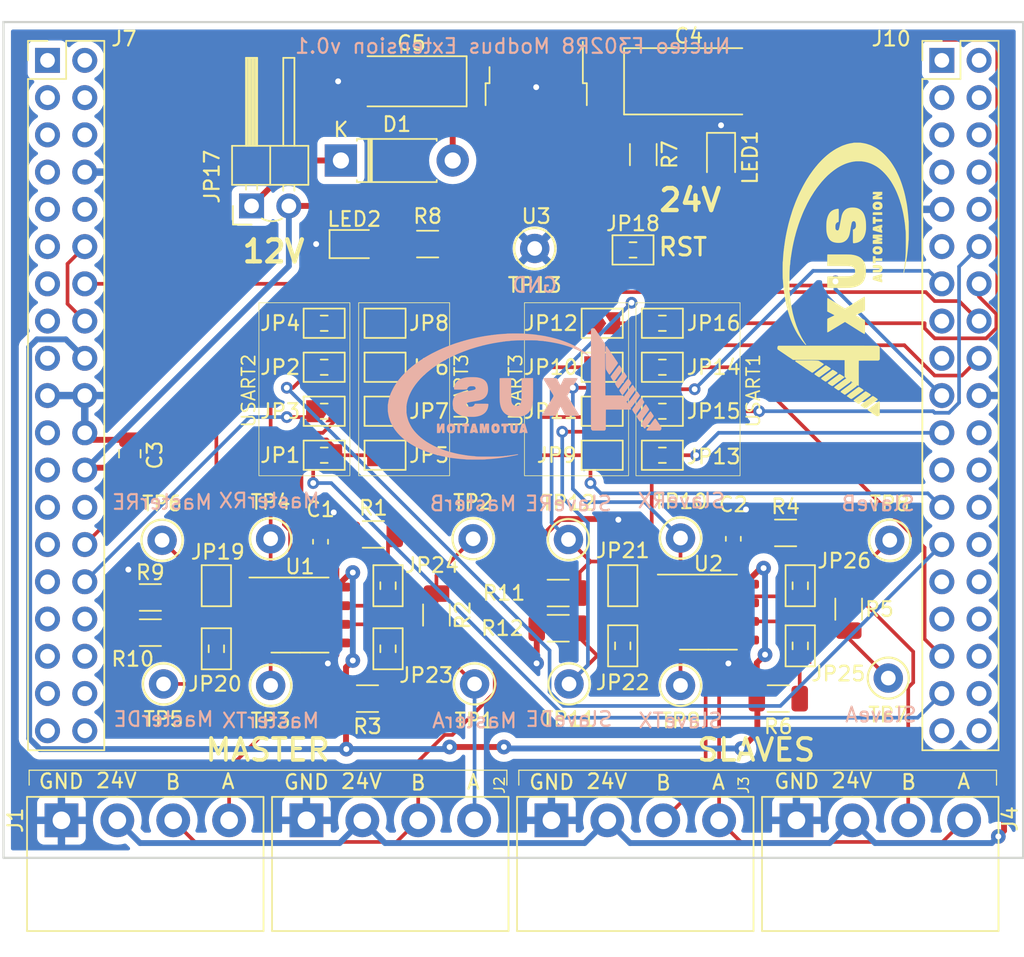
<source format=kicad_pcb>
(kicad_pcb (version 20211014) (generator pcbnew)
  (title_block (title "NUCLEO F302R8 MODBUS EXTENSION BOARD") (date "2023-09-22") (rev "0.1") (company "Axus Automation") (comment 1 "Maxime Couderc"))
  (layers (0 "F.Cu" signal) (31 "B.Cu" signal) (34 "B.Paste" user) (35 "F.Paste" user) (36 "B.SilkS" user "B.Silkscreen") (37 "F.SilkS" user "F.Silkscreen") (38 "B.Mask" user) (39 "F.Mask" user) (44 "Edge.Cuts" user))
  (net 0 "")
  (net 1 "GND")
  (net 2 "+5V")
  (net 3 "+12V")
  (net 4 "VIN")
  (net 5 "Net-(C5-Pad1)")
  (net 6 "Master_B")
  (net 7 "Master_A")
  (net 8 "Slave_B")
  (net 9 "Slave_A")
  (net 10 "Master_DI")
  (net 11 "Slave_RE")
  (net 12 "Slave_DI")
  (net 14 "Slave_DE")
  (net 37 "Master_RE")
  (net 42 "Slave_RO")
  (net 46 "Master_DE")
  (net 48 "+3.3V")
  (net 53 "GPIO_USART2_RE")
  (net 60 "Master_RO")
  (net 63 "Net-(LED1-Pad2)")
  (net 64 "Net-(LED2-Pad2)")
  (net 66 "Net-(J7-Pad14)")
  (net 67 "Net-(J10-Pad19)")
  (net 68 "Net-(D1-Pad1)")
  (net 70 "GPIO_USART1_RE")
  (net 71 "GPIO_USART3_RE")
  (net 74 "USART2_DE")
  (net 76 "USART3_RX")
  (net 77 "USART1_DE")
  (net 80 "USART1_TX")
  (net 82 "USART3_DE")
  (net 84 "USART1_RX")
  (net 85 "USART3_TX")
  (net 86 "USART2_TX")
  (net 87 "USART2_RX")
  (net 88 "Net-(JP20-Pad2)")
  (net 89 "Net-(JP21-Pad2)")
  (net 90 "Net-(JP23-Pad1)")
  (net 91 "Net-(JP24-Pad2)")
  (net 92 "Net-(JP25-Pad1)")
  (net 93 "Net-(JP26-Pad2)")
  (footprint "TestPoint:TestPoint_Keystone_5000-5004_Miniature" (layer "F.Cu") (at 76 104.9)
    (fp_text reference "TP2")
    (fp_text value "MasterB")
  )
  (footprint "Resistor_SMD:R_0603_1608Metric" (layer "F.Cu") (at 88.9 99.2)
    (fp_text reference "R17" hide)
    (fp_text value "0" hide)
  )
  (footprint "axus_footprints:WJ15EDGRC-3.81-4P" (layer "F.Cu") (at 47.9392 124.1)
    (fp_text reference "J1")
    (fp_text value "WJ15EDGRC-3.81-4P")
  )
  (footprint "Resistor_SMD:R_1206_3216Metric" (layer "F.Cu") (at 73.5 110.1 -90)
    (fp_text reference "R2")
    (fp_text value "120")
  )
  (footprint "Capacitor_SMD:C_0603_1608Metric" (layer "F.Cu") (at 93.7375 104.9 -90)
    (fp_text reference "C2")
    (fp_text value "100n")
  )
  (footprint "Resistor_SMD:R_0603_1608Metric" (layer "F.Cu") (at 58.5 112.4 90)
    (fp_text reference "R22" hide)
    (fp_text value "0" hide)
  )
  (footprint "Jumper:SolderJumper-2_P1.3mm_Open_TrianglePad1.0x1.5mm" (layer "F.Cu") (at 84.8 99.2)
    (fp_text reference "JP9")
    (fp_text value "Jumper_2_Open" hide)
  )
  (footprint "TestPoint:TestPoint_Keystone_5000-5004_Miniature" (layer "F.Cu") (at 90.1375 114.9)
    (fp_text reference "TP9")
    (fp_text value "SlaveTX")
  )
  (footprint "axus_footprints:PinSocket_2x19_P2.54mm_Vertical_inverted" (layer "F.Cu") (at 107.95 72.263)
    (fp_text reference "J10")
    (fp_text value "Female Header 2x19P")
  )
  (footprint "axus_footprints:WJ15EDGRC-3.81-4P" (layer "F.Cu") (at 64.6392 124.1)
    (fp_text reference "J2")
    (fp_text value "WJ15EDGRC-3.81-4P")
  )
  (footprint "Resistor_SMD:R_1206_3216Metric" (layer "F.Cu") (at 87.6 78.7 90)
    (fp_text reference "R7")
    (fp_text value "2.4k")
  )
  (footprint "Resistor_SMD:R_0603_1608Metric" (layer "F.Cu") (at 65.85 96.2 180)
    (fp_text reference "R15" hide)
    (fp_text value "0" hide)
  )
  (footprint "Jumper:SolderJumper-2_P1.3mm_Open_TrianglePad1.0x1.5mm" (layer "F.Cu") (at 58.5 112.4 90)
    (fp_text reference "JP20")
    (fp_text value "Jumper_2_Bridged" hide)
  )
  (footprint "TestPoint:TestPoint_Keystone_5000-5004_Miniature" (layer "F.Cu") (at 80.2 85.1)
    (fp_text reference "TP13")
    (fp_text value "GND")
  )
  (footprint "LED_SMD:LED_0805_2012Metric" (layer "F.Cu") (at 67.9 84.8)
    (fp_text reference "LED2")
    (fp_text value "17-21SYGC/S530-E3/TR8")
  )
  (footprint "Jumper:SolderJumper-2_P1.3mm_Open_TrianglePad1.0x1.5mm" (layer "F.Cu") (at 65.85 90.2)
    (fp_text reference "JP4")
    (fp_text value "Jumper_2_Bridged" hide)
  )
  (footprint "Resistor_SMD:R_1206_3216Metric" (layer "F.Cu") (at 54 108.9 180)
    (fp_text reference "R9")
    (fp_text value "10k")
  )
  (footprint "Package_TO_SOT_SMD:TO-252-2" (layer "F.Cu") (at 80.3 76.3 -90)
    (fp_text reference "U3")
    (fp_text value "KIA7812AF-RTF/P")
  )
  (footprint "Resistor_SMD:R_1206_3216Metric" (layer "F.Cu") (at 68.8 115.8 180)
    (fp_text reference "R3")
    (fp_text value "649")
  )
  (footprint "axus_footprints:WJ15EDGRC-3.81-4P" (layer "F.Cu") (at 81.3392 124.1)
    (fp_text reference "J3")
    (fp_text value "WJ15EDGRC-3.81-4P")
  )
  (footprint "Resistor_SMD:R_0603_1608Metric" (layer "F.Cu") (at 88.9 90.2)
    (fp_text reference "R20" hide)
    (fp_text value "0" hide)
  )
  (footprint "Resistor_SMD:R_0603_1608Metric" (layer "F.Cu") (at 65.85 99.2 180)
    (fp_text reference "R13" hide)
    (fp_text value "0" hide)
  )
  (footprint "Jumper:SolderJumper-2_P1.3mm_Open_TrianglePad1.0x1.5mm" (layer "F.Cu") (at 65.85 96.2)
    (fp_text reference "JP3")
    (fp_text value "Jumper_2_Bridged" hide)
  )
  (footprint "Package_SO:SOIC-8_3.9x4.9mm_P1.27mm" (layer "F.Cu") (at 92.0375 109.9)
    (fp_text reference "U2")
    (fp_text value "MAX1487CSA+T")
  )
  (footprint "Jumper:SolderJumper-2_P1.3mm_Open_TrianglePad1.0x1.5mm" (layer "F.Cu") (at 70 93.2 180)
    (fp_text reference "JP6")
    (fp_text value "Jumper_2_Open" hide)
  )
  (footprint "Resistor_SMD:R_0603_1608Metric" (layer "F.Cu") (at 86.2 112.2 90)
    (fp_text reference "R23" hide)
    (fp_text value "0" hide)
  )
  (footprint "Jumper:SolderJumper-2_P1.3mm_Open_TrianglePad1.0x1.5mm" (layer "F.Cu") (at 84.8 96.2)
    (fp_text reference "JP11")
    (fp_text value "Jumper_2_Open" hide)
  )
  (footprint "Jumper:SolderJumper-2_P1.3mm_Open_TrianglePad1.0x1.5mm" (layer "F.Cu") (at 98.3 112.2 90)
    (fp_text reference "JP25")
    (fp_text value "Jumper_2_Bridged" hide)
  )
  (footprint "Resistor_SMD:R_1206_3216Metric" (layer "F.Cu") (at 69.2 104.6)
    (fp_text reference "R1")
    (fp_text value "649")
  )
  (footprint "Jumper:SolderJumper-2_P1.3mm_Open_TrianglePad1.0x1.5mm" (layer "F.Cu") (at 70.2 112.4 90)
    (fp_text reference "JP23")
    (fp_text value "Jumper_2_Bridged" hide)
  )
  (footprint "Jumper:SolderJumper-2_P1.3mm_Open_TrianglePad1.0x1.5mm" (layer "F.Cu") (at 70.2 108.1 90)
    (fp_text reference "JP24")
    (fp_text value "Jumper_2_Bridged" hide)
  )
  (footprint "Jumper:SolderJumper-2_P1.3mm_Open_TrianglePad1.0x1.5mm" (layer "F.Cu") (at 88.9 90.2 180)
    (fp_text reference "JP16")
    (fp_text value "Jumper_2_Bridged" hide)
  )
  (footprint "Resistor_SMD:R_0603_1608Metric" (layer "F.Cu") (at 98.3 112.2 90)
    (fp_text reference "R26" hide)
    (fp_text value "0" hide)
  )
  (footprint "LED_SMD:LED_0805_2012Metric" (layer "F.Cu") (at 92.9 78.9 -90)
    (fp_text reference "LED1")
    (fp_text value "FC-2012HRK-620D")
  )
  (footprint "Jumper:SolderJumper-2_P1.3mm_Open_TrianglePad1.0x1.5mm" (layer "F.Cu") (at 86.2 112.2 90)
    (fp_text reference "JP22")
    (fp_text value "Jumper_2_Bridged" hide)
  )
  (footprint "Jumper:SolderJumper-2_P1.3mm_Open_TrianglePad1.0x1.5mm" (layer "F.Cu") (at 70 90.2 180)
    (fp_text reference "JP8")
    (fp_text value "Jumper_2_Open" hide)
  )
  (footprint "Resistor_SMD:R_1206_3216Metric" (layer "F.Cu") (at 101.6 109.7 -90)
    (fp_text reference "R5")
    (fp_text value "120")
  )
  (footprint "Resistor_SMD:R_1206_3216Metric" (layer "F.Cu") (at 54 111.3 180)
    (fp_text reference "R10")
    (fp_text value "10k")
  )
  (footprint "TestPoint:TestPoint_Keystone_5000-5004_Miniature" (layer "F.Cu") (at 104.3 114.4)
    (fp_text reference "TP7")
    (fp_text value "SlaveA")
  )
  (footprint "Jumper:SolderJumper-2_P1.3mm_Open_TrianglePad1.0x1.5mm" (layer "F.Cu") (at 88.9 96.2 180)
    (fp_text reference "JP15")
    (fp_text value "Jumper_2_Bridged" hide)
  )
  (footprint "Jumper:SolderJumper-2_P1.3mm_Open_TrianglePad1.0x1.5mm" (layer "F.Cu") (at 70 96.2 180)
    (fp_text reference "JP7")
    (fp_text value "Jumper_2_Open" hide)
  )
  (footprint "Jumper:SolderJumper-2_P1.3mm_Open_TrianglePad1.0x1.5mm" (layer "F.Cu") (at 86.2 108.1 -90)
    (fp_text reference "JP21")
    (fp_text value "Jumper_2_Open" hide)
  )
  (footprint "axus_footprints:PinSocket_2x19_P2.54mm_Vertical_inverted" (layer "F.Cu") (at 46.99 72.263)
    (fp_text reference "J7")
    (fp_text value "Female Header 2x19P")
  )
  (footprint "TestPoint:TestPoint_Keystone_5000-5004_Miniature" (layer "F.Cu") (at 62.2 104.9)
    (fp_text reference "TP4")
    (fp_text value "MasterRX")
  )
  (footprint "Jumper:SolderJumper-2_P1.3mm_Open_TrianglePad1.0x1.5mm" (layer "F.Cu") (at 84.8 90.2)
    (fp_text reference "JP12")
    (fp_text value "Jumper_2_Open" hide)
  )
  (footprint "Capacitor_Tantalum_SMD:CP_EIA-6032-28_Kemet-C" (layer "F.Cu") (at 71.8 73.7 180)
    (fp_text reference "C5")
    (fp_text value "10u")
  )
  (footprint "TestPoint:TestPoint_Keystone_5000-5004_Miniature" (layer "F.Cu") (at 54.9 114.8)
    (fp_text reference "TP5")
    (fp_text value "MasterDE")
  )
  (footprint "Resistor_SMD:R_1206_3216Metric" (layer "F.Cu") (at 97.3 104.5)
    (fp_text reference "R4")
    (fp_text value "649")
  )
  (footprint "Jumper:SolderJumper-2_P1.3mm_Open_TrianglePad1.0x1.5mm" (layer "F.Cu") (at 88.9 99.2 180)
    (fp_text reference "JP13")
    (fp_text value "Jumper_2_Bridged" hide)
  )
  (footprint "Capacitor_SMD:C_0805_2012Metric" (layer "F.Cu") (at 52.6 99.1 -90)
    (fp_text reference "C3")
    (fp_text value "220n")
  )
  (footprint "Connector_PinHeader_2.54mm:PinHeader_1x02_P2.54mm_Horizontal" (layer "F.Cu") (at 60.9 82.2 90)
    (fp_text reference "J5" hide)
    (fp_text value "Pin_Header_1x2P")
  )
  (footprint "Jumper:SolderJumper-2_P1.3mm_Open_TrianglePad1.0x1.5mm" (layer "F.Cu") (at 65.85 93.2)
    (fp_text reference "JP2")
    (fp_text value "Jumper_2_Bridged" hide)
  )
  (footprint "TestPoint:TestPoint_Keystone_5000-5004_Miniature" (layer "F.Cu") (at 76.1 114.8)
    (fp_text reference "TP1")
    (fp_text value "MasterA")
  )
  (footprint "Resistor_SMD:R_0603_1608Metric" (layer "F.Cu") (at 70.2 112.4 90)
    (fp_text reference "R24" hide)
    (fp_text value "0" hide)
  )
  (footprint "Resistor_SMD:R_1206_3216Metric" (layer "F.Cu") (at 72.9 84.8 180)
    (fp_text reference "R8")
    (fp_text value "1.2k")
  )
  (footprint "Resistor_SMD:R_0603_1608Metric" (layer "F.Cu") (at 98.3 108.1 90)
    (fp_text reference "R27" hide)
    (fp_text value "0" hide)
  )
  (footprint "Jumper:SolderJumper-2_P1.3mm_Open_TrianglePad1.0x1.5mm" (layer "F.Cu") (at 58.5 108.1 -90)
    (fp_text reference "JP19")
    (fp_text value "Jumper_2_Open" hide)
  )
  (footprint "Jumper:SolderJumper-2_P1.3mm_Open_TrianglePad1.0x1.5mm" (layer "F.Cu") (at 70 99.2 180)
    (fp_text reference "JP5")
    (fp_text value "Jumper_2_Open" hide)
  )
  (footprint "Resistor_SMD:R_0603_1608Metric" (layer "F.Cu") (at 65.85 90.2 180)
    (fp_text reference "R16" hide)
    (fp_text value "0" hide)
  )
  (footprint "Jumper:SolderJumper-2_P1.3mm_Open_TrianglePad1.0x1.5mm" (layer "F.Cu") (at 65.85 99.2)
    (fp_text reference "JP1")
    (fp_text value "Jumper_2_Bridged" hide)
  )
  (footprint "TestPoint:TestPoint_Keystone_5000-5004_Miniature" (layer "F.Cu") (at 90.1375 104.85)
    (fp_text reference "TP10")
    (fp_text value "SlaveRX")
  )
  (footprint "Resistor_SMD:R_1206_3216Metric" (layer "F.Cu") (at 81.8 108.6 180)
    (fp_text reference "R11")
    (fp_text value "10k")
  )
  (footprint "TestPoint:TestPoint_Keystone_5000-5004_Miniature" (layer "F.Cu") (at 62.2 114.9)
    (fp_text reference "TP3")
    (fp_text value "MasterTX")
  )
  (footprint "Resistor_SMD:R_0603_1608Metric" (layer "F.Cu") (at 88.9 96.2)
    (fp_text reference "R19" hide)
    (fp_text value "0" hide)
  )
  (footprint "Capacitor_Tantalum_SMD:CP_EIA-7343-31_Kemet-D" (layer "F.Cu") (at 90.7 73.7)
    (fp_text reference "C4")
    (fp_text value "10u")
  )
  (footprint "Resistor_SMD:R_0603_1608Metric" (layer "F.Cu") (at 65.85 93.2 180)
    (fp_text reference "R14" hide)
    (fp_text value "0" hide)
  )
  (footprint "Resistor_SMD:R_1206_3216Metric" (layer "F.Cu") (at 96.8 115.8 180)
    (fp_text reference "R6")
    (fp_text value "649")
  )
  (footprint "Jumper:SolderJumper-2_P1.3mm_Open_TrianglePad1.0x1.5mm" (layer "F.Cu") (at 84.8 93.2)
    (fp_text reference "JP10")
    (fp_text value "Jumper_2_Open" hide)
  )
  (footprint "Package_SO:SOIC-8_3.9x4.9mm_P1.27mm" (layer "F.Cu") (at 64.2 110.1)
    (fp_text reference "U1")
    (fp_text value "MAX1487CSA+T")
  )
  (footprint "Resistor_SMD:R_0603_1608Metric" (layer "F.Cu") (at 70.2 108.1 90)
    (fp_text reference "R25" hide)
    (fp_text value "0" hide)
  )
  (footprint "TestPoint:TestPoint_Keystone_5000-5004_Miniature" (layer "F.Cu") (at 82.5375 114.8)
    (fp_text reference "TP11")
    (fp_text value "SlaveDE")
  )
  (footprint "Resistor_SMD:R_0603_1608Metric" (layer "F.Cu") (at 86.9 85.2)
    (fp_text reference "R21" hide)
    (fp_text value "0" hide)
  )
  (footprint "Jumper:SolderJumper-2_P1.3mm_Open_TrianglePad1.0x1.5mm" (layer "F.Cu") (at 98.3 108.1 90)
    (fp_text reference "JP26")
    (fp_text value "Jumper_2_Bridged" hide)
  )
  (footprint "axus_footprints:logo1" (layer "F.Cu") (at 101.2 87.2 90)
    (fp_text reference "G***")
    (fp_text value "LOGO" hide)
  )
  (footprint "TestPoint:TestPoint_Keystone_5000-5004_Miniature" (layer "F.Cu") (at 104.4 105)
    (fp_text reference "TP8")
    (fp_text value "SlaveB")
  )
  (footprint "axus_footprints:WJ15EDGRC-3.81-4P" (layer "F.Cu") (at 98.0392 124.1)
    (fp_text reference "J4")
    (fp_text value "WJ15EDGRC-3.81-4P")
  )
  (footprint "Resistor_SMD:R_1206_3216Metric" (layer "F.Cu") (at 81.8 111 180)
    (fp_text reference "R12")
    (fp_text value "10k")
  )
  (footprint "axus_footprints:Jumper_2" (layer "F.Cu") (at 60.9 82.2 180)
    (fp_text reference "JP17")
    (fp_text value "Jumper")
  )
  (footprint "TestPoint:TestPoint_Keystone_5000-5004_Miniature" (layer "F.Cu") (at 82.5 104.95)
    (fp_text reference "TP12")
    (fp_text value "SlaveRE")
  )
  (footprint "Jumper:SolderJumper-2_P1.3mm_Open_TrianglePad1.0x1.5mm" (layer "F.Cu") (at 86.9 85.2)
    (fp_text reference "JP18")
    (fp_text value "Jumper_2_Bridged")
  )
  (footprint "Resistor_SMD:R_0603_1608Metric" (layer "F.Cu") (at 88.9 93.2)
    (fp_text reference "R18" hide)
    (fp_text value "0" hide)
  )
  (footprint "TestPoint:TestPoint_Keystone_5000-5004_Miniature" (layer "F.Cu") (at 54.8 105)
    (fp_text reference "TP6")
    (fp_text value "MasterRE")
  )
  (footprint "Capacitor_SMD:C_0603_1608Metric" (layer "F.Cu") (at 65.6 105.1 -90)
    (fp_text reference "C1")
    (fp_text value "100n")
  )
  (footprint "Jumper:SolderJumper-2_P1.3mm_Open_TrianglePad1.0x1.5mm" (layer "F.Cu") (at 88.9 93.2 180)
    (fp_text reference "JP14")
    (fp_text value "Jumper_2_Bridged" hide)
  )
  (footprint "Diode_THT:D_DO-41_SOD81_P7.62mm_Horizontal" (layer "F.Cu") (at 66.99 79.1)
    (fp_text reference "D1")
    (fp_text value "1N4007")
  )
  (footprint "axus_footprints:logo1" (layer "B.Cu") (at 79.5 95 180)
    (fp_text reference "G***")
    (fp_text value "LOGO" hide)
  )
  (gr_line (start 111.6784 121.6988) (end 111.6784 120.6828) (layer "F.SilkS") (width 0.08))
  (gr_line (start 78.3028 120.6828) (end 45.74 120.6828) (layer "F.SilkS") (width 0.08))
  (gr_line (start 78.3028 121.6988) (end 78.3028 120.6828) (layer "F.SilkS") (width 0.08))
  (gr_line (start 79.1156 120.6828) (end 79.1156 121.6988) (layer "F.SilkS") (width 0.08))
  (gr_line (start 111.6784 120.6828) (end 79.1156 120.6828) (layer "F.SilkS") (width 0.08))
  (gr_rect (start 86.6 100.6) (end 79.5 88.8) (layer "F.SilkS") (width 0.05) (fill none))
  (gr_rect (start 94.2 100.6) (end 87.1 88.8) (layer "F.SilkS") (width 0.05) (fill none))
  (gr_rect (start 67.6 100.6) (end 61.4 88.8) (layer "F.SilkS") (width 0.05) (fill none))
  (gr_line (start 45.74 120.6828) (end 45.74 121.6988) (layer "F.SilkS") (width 0.08))
  (gr_rect (start 74.4 100.6) (end 68.2 88.8) (layer "F.SilkS") (width 0.05) (fill none))
  (gr_rect (start 43.99 126.66) (end 113.49 69.66) (layer "Edge.Cuts") (width 0.15) (fill none))
  (gr_text "Nucleo F302R8 Modbus Extension v0.1" (at 78.7 71.3) (layer "B.SilkS") (effects (font (size 1 1)) (justify mirror)))
  (gr_text "GND" (at 64.6376 121.4956) (layer "F.SilkS") (effects (font (size 1 1))))
  (gr_text "A" (at 76.0168 121.4956) (layer "F.SilkS") (effects (font (size 1 1))))
  (gr_text "GND" (at 47.9244 121.4448) (layer "F.SilkS") (effects (font (size 1 1))))
  (gr_text "A" (at 109.4432 121.4448) (layer "F.SilkS") (effects (font (size 1 1))))
  (gr_text "USART3" (at 78.9 94.8 90) (layer "F.SilkS") (effects (font (size 0.9 0.9) (thickness 0.12))))
  (gr_text "B" (at 55.5444 121.4956) (layer "F.SilkS") (effects (font (size 1 1))))
  (gr_text "24V" (at 68.3968 121.4448) (layer "F.SilkS") (effects (font (size 1 1))))
  (gr_text "12V" (at 62.4 85.3) (layer "F.SilkS") (effects (font (size 1.5 1.5) (thickness 0.3))))
  (gr_text "A" (at 59.3036 121.4448) (layer "F.SilkS") (effects (font (size 1 1))))
  (gr_text "B" (at 72.2576 121.5464) (layer "F.SilkS") (effects (font (size 1 1))))
  (gr_text "24V" (at 51.6836 121.394) (layer "F.SilkS") (effects (font (size 1 1))))
  (gr_text "24V" (at 90.8 81.8) (layer "F.SilkS") (effects (font (size 1.5 1.5) (thickness 0.3))))
  (gr_text "RST" (at 90.3 85) (layer "F.SilkS") (effects (font (size 1.2 1.2) (thickness 0.2))))
  (gr_text "USART1" (at 95.1 94.8 90) (layer "F.SilkS") (effects (font (size 0.9 0.9) (thickness 0.12))))
  (gr_text "B" (at 88.9708 121.5464) (layer "F.SilkS") (effects (font (size 1 1))))
  (gr_text "24V" (at 85.11 121.4448) (layer "F.SilkS") (effects (font (size 1 1))))
  (gr_text "SLAVES" (at 95.3 119.3) (layer "F.SilkS") (effects (font (size 1.5 1.5) (thickness 0.25))))
  (gr_text "USART3" (at 75.2 94.8 90) (layer "F.SilkS") (effects (font (size 0.9 0.9) (thickness 0.12))))
  (gr_text "A" (at 92.73 121.4956) (layer "F.SilkS") (effects (font (size 1 1))))
  (gr_text "GND" (at 98.064 121.4448) (layer "F.SilkS") (effects (font (size 1 1))))
  (gr_text "B" (at 105.684 121.4956) (layer "F.SilkS") (effects (font (size 1 1))))
  (gr_text "MASTER" (at 62 119.3) (layer "F.SilkS") (effects (font (size 1.5 1.5) (thickness 0.25))))
  (gr_text "USART2" (at 60.7 94.8 90) (layer "F.SilkS") (effects (font (size 0.9 0.9) (thickness 0.12))))
  (gr_text "24V" (at 101.8232 121.394) (layer "F.SilkS") (effects (font (size 1 1))))
  (gr_text "GND" (at 81.3508 121.4956) (layer "F.SilkS") (effects (font (size 1 1))))
  (segment (start 85.85 103.55) (end 85.9 103.6) (width 0.4) (layer "F.Cu") (net 1))
  (segment (start 94.5125 112.2875) (end 93.4 113.4) (width 0.4) (layer "F.Cu") (net 1))
  (segment (start 65.6 104) (end 66.5 103.1) (width 0.4) (layer "F.Cu") (net 1))
  (segment (start 66.675 112.005) (end 66.675 112.825) (width 0.4) (layer "F.Cu") (net 1))
  (segment (start 80.3375 113.38351) (end 80.327495 113.393515) (width 0.4) (layer "F.Cu") (net 1))
  (segment (start 52.5375 108.9) (end 52.5375 107.0375) (width 0.4) (layer "F.Cu") (net 1))
  (segment (start 67.7375 104.3375) (end 66.5 103.1) (width 0.4) (layer "F.Cu") (net 1))
  (segment (start 94.5125 111.805) (end 94.5125 112.2875) (width 0.4) (layer "F.Cu") (net 1))
  (segment (start 66.9625 84.8) (end 65.3 84.8) (width 0.4) (layer "F.Cu") (net 1))
  (segment (start 92.9 76.7) (end 92.9 77.9625) (width 0.4) (layer "F.Cu") (net 1))
  (segment (start 80.3375 111) (end 80.3375 108.6) (width 0.4) (layer "F.Cu") (net 1))
  (segment (start 81.920101 103.55) (end 85.85 103.55) (width 0.4) (layer "F.Cu") (net 1))
  (segment (start 52.5375 111.3) (end 52.5375 108.9) (width 0.4) (layer "F.Cu") (net 1))
  (segment (start 80.3375 108.6) (end 80.3375 105.132601) (width 0.4) (layer "F.Cu") (net 1))
  (segment (start 93.7375 103.7625) (end 94.6 102.9) (width 0.4) (layer "F.Cu") (net 1))
  (segment (start 69.3375 73.7) (end 66.8 73.7) (width 0.4) (layer "F.Cu") (net 1))
  (segment (start 80.3375 105.132601) (end 81.920101 103.55) (width 0.4) (layer "F.Cu") (net 1))
  (segment (start 66.675 112.825) (end 66.1 113.4) (width 0.4) (layer "F.Cu") (net 1))
  (segment (start 95.8375 104.5) (end 95.8375 104.1375) (width 0.4) (layer "F.Cu") (net 1))
  (segment (start 93.8125 73.7) (end 93.8125 75.7875) (width 0.4) (layer "F.Cu") (net 1))
  (segment (start 65.6 104.325) (end 65.6 104) (width 0.4) (layer "F.Cu") (net 1))
  (segment (start 80.3375 111) (end 80.3375 113.38351) (width 0.4) (layer "F.Cu") (net 1))
  (segment (start 93.8125 75.7875) (end 92.9 76.7) (width 0.4) (layer "F.Cu") (net 1))
  (segment (start 50.0078 98.15) (end 49.53 97.6722) (width 0.4) (layer "F.Cu") (net 1))
  (segment (start 52.5375 107.0375) (end 52.5 107) (width 0.4) (layer "F.Cu") (net 1))
  (segment (start 67.7375 104.6) (end 67.7375 104.3375) (width 0.4) (layer "F.Cu") (net 1))
  (segment (start 52.6 98.15) (end 50.0078 98.15) (width 0.4) (layer "F.Cu") (net 1))
  (segment (start 95.8375 104.1375) (end 94.6 102.9) (width 0.4) (layer "F.Cu") (net 1))
  (segment (start 93.7375 104.125) (end 93.7375 103.7625) (width 0.4) (layer "F.Cu") (net 1))
  (segment (start 80.3 78.4) (end 80.3 74.1) (width 0.4) (layer "F.Cu") (net 1))
  (via (at 66.8 73.7) (size 1) (drill 0.4) (layers "F.Cu" "B.Cu") (net 1))
  (via (at 94.6 102.9) (size 1) (drill 0.4) (layers "F.Cu" "B.Cu") (net 1))
  (via (at 52.5 107) (size 1) (drill 0.4) (layers "F.Cu" "B.Cu") (net 1))
  (via (at 85.9 103.6) (size 1) (drill 0.4) (layers "F.Cu" "B.Cu") (net 1))
  (via (at 65.3 84.8) (size 1) (drill 0.4) (layers "F.Cu" "B.Cu") (net 1))
  (via (at 66.5 103.1) (size 1) (drill 0.4) (layers "F.Cu" "B.Cu") (net 1))
  (via (at 92.9 76.7) (size 1) (drill 0.4) (layers "F.Cu" "B.Cu") (net 1))
  (via (at 93.4 113.4) (size 1) (drill 0.4) (layers "F.Cu" "B.Cu") (net 1))
  (via (at 80.3 74.1) (size 1) (drill 0.4) (layers "F.Cu" "B.Cu") (net 1))
  (via (at 66.1 113.4) (size 1) (drill 0.4) (layers "F.Cu" "B.Cu") (net 1))
  (via (at 80.327495 113.393515) (size 1) (drill 0.4) (layers "F.Cu" "B.Cu") (net 1))
  (segment (start 95.3375 115.8) (end 95.3375 113.3625) (width 0.4) (layer "F.Cu") (net 2))
  (segment (start 95.3375 113.3625) (end 95.9 112.8) (width 0.4) (layer "F.Cu") (net 2))
  (segment (start 95.375 118.125) (end 94.3 119.2) (width 0.4) (layer "F.Cu") (net 2))
  (segment (start 67.67 107.2) (end 66.675 108.195) (width 0.4) (layer "F.Cu") (net 2))
  (segment (start 95.3375 115.8) (end 95.375 115.8375) (width 0.4) (layer "F.Cu") (net 2))
  (segment (start 67.3375 119.2219) (end 67.3578 119.2422) (width 0.4) (layer "F.Cu") (net 2))
  (segment (start 94.5125 106.45) (end 93.7375 105.675) (width 0.4) (layer "F.Cu") (net 2))
  (segment (start 67.3375 113.6625) (end 67.8 113.2) (width 0.4) (layer "F.Cu") (net 2))
  (segment (start 66.675 108.195) (end 66.675 106.95) (width 0.4) (layer "F.Cu") (net 2))
  (segment (start 95.6075 106.9) (end 94.5125 107.995) (width 0.4) (layer "F.Cu") (net 2))
  (segment (start 67.8 107.2) (end 67.67 107.2) (width 0.4) (layer "F.Cu") (net 2))
  (segment (start 78.1 119.1) (end 74.4 119.1) (width 0.4) (layer "F.Cu") (net 2))
  (segment (start 66.675 106.95) (end 65.6 105.875) (width 0.4) (layer "F.Cu") (net 2))
  (segment (start 67.3375 115.8) (end 67.3375 119.2219) (width 0.4) (layer "F.Cu") (net 2))
  (segment (start 94.5125 107.995) (end 94.5125 106.45) (width 0.4) (layer "F.Cu") (net 2))
  (segment (start 95.375 115.8375) (end 95.375 118.125) (width 0.4) (layer "F.Cu") (net 2))
  (segment (start 67.3375 115.8) (end 67.3375 113.6625) (width 0.4) (layer "F.Cu") (net 2))
  (segment (start 95.8 106.9) (end 95.6075 106.9) (width 0.4) (layer "F.Cu") (net 2))
  (via (at 67.3578 119.2422) (size 1) (drill 0.4) (layers "F.Cu" "B.Cu") (net 2))
  (via (at 67.8 107.2) (size 1) (drill 0.4) (layers "F.Cu" "B.Cu") (net 2))
  (via (at 95.8 106.9) (size 1) (drill 0.4) (layers "F.Cu" "B.Cu") (net 2))
  (via (at 74.4 119.1) (size 1) (drill 0.4) (layers "F.Cu" "B.Cu") (net 2))
  (via (at 78.1 119.1) (size 1) (drill 0.4) (layers "F.Cu" "B.Cu") (net 2))
  (via (at 94.3 119.2) (size 1) (drill 0.4) (layers "F.Cu" "B.Cu") (net 2))
  (via (at 95.9 112.8) (size 1) (drill 0.4) (layers "F.Cu" "B.Cu") (net 2))
  (via (at 67.8 113.2) (size 1) (drill 0.4) (layers "F.Cu" "B.Cu") (net 2))
  (segment (start 46.26904 91.3017) (end 48.2395 91.3017) (width 0.4) (layer "B.Cu") (net 2))
  (segment (start 95.9 112.8) (end 95.9 107) (width 0.4) (layer "B.Cu") (net 2))
  (segment (start 45.74 118.509967) (end 45.74 91.83074) (width 0.4) (layer "B.Cu") (net 2))
  (segment (start 94.3 119.2) (end 78.2 119.2) (width 0.4) (layer "B.Cu") (net 2))
  (segment (start 74.2578 119.2422) (end 67.3578 119.2422) (width 0.4) (layer "B.Cu") (net 2))
  (segment (start 78.2 119.2) (end 78.1 119.1) (width 0.4) (layer "B.Cu") (net 2))
  (segment (start 45.74 91.83074) (end 46.26904 91.3017) (width 0.4) (layer "B.Cu") (net 2))
  (segment (start 67.8 113.2) (end 67.8 107.2) (width 0.4) (layer "B.Cu") (net 2))
  (segment (start 48.2395 91.3017) (end 49.53 92.5922) (width 0.4) (layer "B.Cu") (net 2))
  (segment (start 95.9 107) (end 95.8 106.9) (width 0.4) (layer "B.Cu") (net 2))
  (segment (start 67.3578 119.2422) (end 46.472233 119.2422) (width 0.4) (layer "B.Cu") (net 2))
  (segment (start 74.4 119.1) (end 74.2578 119.2422) (width 0.4) (layer "B.Cu") (net 2))
  (segment (start 46.472233 119.2422) (end 45.74 118.509967) (width 0.4) (layer "B.Cu") (net 2))
  (segment (start 68.8375 82.2) (end 63.44 82.2) (width 0.4) (layer "F.Cu") (net 3))
  (segment (start 71.4375 84.8) (end 68.8375 82.2) (width 0.4) (layer "F.Cu") (net 3))
  (segment (start 52.6 100.05) (end 49.6922 100.05) (width 0.4) (layer "F.Cu") (net 3))
  (segment (start 49.6922 100.05) (end 49.53 100.2122) (width 0.4) (layer "F.Cu") (net 3))
  (segment (start 63.44 82.2) (end 63.44 86.3022) (width 0.4) (layer "B.Cu") (net 3))
  (segment (start 63.44 86.3022) (end 49.53 100.2122) (width 0.4) (layer "B.Cu") (net 3))
  (segment (start 111.8 70.9) (end 111.8 88.958743) (width 0.4) (layer "F.Cu") (net 4))
  (segment (start 111.7 70.8) (end 111.8 70.9) (width 0.4) (layer "F.Cu") (net 4))
  (segment (start 112.189501 89.348244) (end 112.1895 124.8105) (width 0.4) (layer "F.Cu") (net 4))
  (segment (start 87.6 77.2375) (end 87.6 73.7125) (width 0.4) (layer "F.Cu") (net 4))
  (segment (start 82.58 72.1) (end 85.9875 72.1) (width 0.4) (layer "F.Cu") (net 4))
  (segment (start 85.9875 72.1) (end 87.5875 73.7) (width 0.4) (layer "F.Cu") (net 4))
  (segment (start 112.1895 124.8105) (end 111.8 125.2) (width 0.4) (layer "F.Cu") (net 4))
  (segment (start 87.5875 73.7) (end 90.4875 70.8) (width 0.4) (layer "F.Cu") (net 4))
  (segment (start 87.6 73.7125) (end 87.5875 73.7) (width 0.4) (layer "F.Cu") (net 4))
  (segment (start 111.8 88.958743) (end 112.189501 89.348244) (width 0.4) (layer "F.Cu") (net 4))
  (segment (start 90.4875 70.8) (end 111.7 70.8) (width 0.4) (layer "F.Cu") (net 4))
  (via (at 111.8 125.2) (size 1) (drill 0.4) (layers "F.Cu" "B.Cu") (net 4))
  (segment (start 86.6992 125.65) (end 100.2992 125.65) (width 0.4) (layer "B.Cu") (net 4))
  (segment (start 68.4492 124.1) (end 69.9992 125.65) (width 0.4) (layer "B.Cu") (net 4))
  (segment (start 85.1492 124.1) (end 86.6992 125.65) (width 0.4) (layer "B.Cu") (net 4))
  (segment (start 83.5992 125.65) (end 85.1492 124.1) (width 0.4) (layer "B.Cu") (net 4))
  (segment (start 69.9992 125.65) (end 83.5992 125.65) (width 0.4) (layer "B.Cu") (net 4))
  (segment (start 111.35 125.65) (end 103.3992 125.65) (width 0.4) (layer "B.Cu") (net 4))
  (segment (start 111.8 125.2) (end 111.35 125.65) (width 0.4) (layer "B.Cu") (net 4))
  (segment (start 53.2992 125.65) (end 66.8992 125.65) (width 0.4) (layer "B.Cu") (net 4))
  (segment (start 66.8992 125.65) (end 68.4492 124.1) (width 0.4) (layer "B.Cu") (net 4))
  (segment (start 51.7492 124.1) (end 53.2992 125.65) (width 0.4) (layer "B.Cu") (net 4))
  (segment (start 103.3992 125.65) (end 101.8492 124.1) (width 0.4) (layer "B.Cu") (net 4))
  (segment (start 100.2992 125.65) (end 101.8492 124.1) (width 0.4) (layer "B.Cu") (net 4))
  (segment (start 74.61 74.0475) (end 74.2625 73.7) (width 0.4) (layer "F.Cu") (net 5))
  (segment (start 75.8625 72.1) (end 78.02 72.1) (width 0.4) (layer "F.Cu") (net 5))
  (segment (start 74.2625 73.7) (end 75.8625 72.1) (width 0.4) (layer "F.Cu") (net 5))
  (segment (start 74.61 79.1) (end 74.61 74.0475) (width 0.4) (layer "F.Cu") (net 5))
  (segment (start 55.5592 124.1) (end 57.0342 125.575) (width 0.25) (layer "F.Cu") (net 6))
  (segment (start 69.56 109.465) (end 70.2 108.825) (width 0.25) (layer "F.Cu") (net 6))
  (segment (start 70.7842 125.575) (end 72.2592 124.1) (width 0.25) (layer "F.Cu") (net 6))
  (segment (start 72.2592 124.1) (end 72.2592 120.07478) (width 0.25) (layer "F.Cu") (net 6))
  (segment (start 77.4755 113.513) (end 73.5 109.5375) (width 0.25) (layer "F.Cu") (net 6))
  (segment (start 73.0125 109.125) (end 73.5 108.6375) (width 0.25) (layer "F.Cu") (net 6))
  (segment (start 57.0342 125.575) (end 70.7842 125.575) (width 0.25) (layer "F.Cu") (net 6))
  (segment (start 73.5 109.5375) (end 73.5 108.6375) (width 0.25) (layer "F.Cu") (net 6))
  (segment (start 77.4755 115.382744) (end 77.4755 113.513) (width 0.25) (layer "F.Cu") (net 6))
  (segment (start 72.2592 120.07478) (end 74.05848 118.2755) (width 0.25) (layer "F.Cu") (net 6))
  (segment (start 70.2 108.825) (end 70.5 109.125) (width 0.25) (layer "F.Cu") (net 6))
  (segment (start 73.5 108.6375) (end 73.5 107.4) (width 0.25) (layer "F.Cu") (net 6))
  (segment (start 70.5 109.125) (end 73.0125 109.125) (width 0.25) (layer "F.Cu") (net 6))
  (segment (start 66.675 109.465) (end 69.56 109.465) (width 0.25) (layer "F.Cu") (net 6))
  (segment (start 73.5 107.4) (end 76 104.9) (width 0.25) (layer "F.Cu") (net 6))
  (segment (start 74.05848 118.2755) (end 74.582744 118.2755) (width 0.25) (layer "F.Cu") (net 6))
  (segment (start 74.582744 118.2755) (end 77.4755 115.382744) (width 0.25) (layer "F.Cu") (net 6))
  (segment (start 66.675 110.735) (end 69.26 110.735) (width 0.25) (layer "F.Cu") (net 7))
  (segment (start 66.165 110.735) (end 66.675 110.735) (width 0.25) (layer "F.Cu") (net 7))
  (segment (start 73.4625 111.6) (end 73.5 111.5625) (width 0.25) (layer "F.Cu") (net 7))
  (segment (start 65.1 114.8) (end 65.1 111.8) (width 0.25) (layer "F.Cu") (net 7))
  (segment (start 65.1 111.8) (end 66.165 110.735) (width 0.25) (layer "F.Cu") (net 7))
  (segment (start 70.2 111.675) (end 70.275 111.6) (width 0.25) (layer "F.Cu") (net 7))
  (segment (start 59.3692 120.5308) (end 65.1 114.8) (width 0.25) (layer "F.Cu") (net 7))
  (segment (start 69.26 110.735) (end 70.2 111.675) (width 0.25) (layer "F.Cu") (net 7))
  (segment (start 73.5 111.5625) (end 73.5 112.2) (width 0.25) (layer "F.Cu") (net 7))
  (segment (start 59.3692 124.1) (end 59.3692 120.5308) (width 0.25) (layer "F.Cu") (net 7))
  (segment (start 73.5 112.2) (end 76.1 114.8) (width 0.25) (layer "F.Cu") (net 7))
  (segment (start 70.275 111.6) (end 73.4625 111.6) (width 0.25) (layer "F.Cu") (net 7))
  (segment (start 76.1 114.8) (end 76.1 124.0692) (width 0.25) (layer "B.Cu") (net 7))
  (segment (start 101.6 108.2375) (end 101.6 107.8) (width 0.25) (layer "F.Cu") (net 8))
  (segment (start 105.6592 115.0408) (end 106 114.7) (width 0.25) (layer "F.Cu") (net 8))
  (segment (start 91.850499 121.208701) (end 91.850499 112.18456) (width 0.25) (layer "F.Cu") (net 8))
  (segment (start 94.9525 108.825) (end 94.5125 109.265) (width 0.25) (layer "F.Cu") (net 8))
  (segment (start 88.9592 124.1) (end 91.850499 121.208701) (width 0.25) (layer "F.Cu") (net 8))
  (segment (start 101.6375 108.2375) (end 101.6 108.2375) (width 0.25) (layer "F.Cu") (net 8))
  (segment (start 105.6592 124.1) (end 105.6592 115.0408) (width 0.25) (layer "F.Cu") (net 8))
  (segment (start 91.9 111) (end 93.635 109.265) (width 0.25) (layer "F.Cu") (net 8))
  (segment (start 93.635 109.265) (end 94.5125 109.265) (width 0.25) (layer "F.Cu") (net 8))
  (segment (start 98.3 108.825) (end 94.9525 108.825) (width 0.25) (layer "F.Cu") (net 8))
  (segment (start 98.3 108.825) (end 98.4 108.925) (width 0.25) (layer "F.Cu") (net 8))
  (segment (start 101.6 107.8) (end 104.4 105) (width 0.25) (layer "F.Cu") (net 8))
  (segment (start 106 114.7) (end 106 112.6) (width 0.25) (layer "F.Cu") (net 8))
  (segment (start 98.4 108.925) (end 100.9125 108.925) (width 0.25) (layer "F.Cu") (net 8))
  (segment (start 100.9125 108.925) (end 101.6 108.2375) (width 0.25) (layer "F.Cu") (net 8))
  (segment (start 106 112.6) (end 101.6375 108.2375) (width 0.25) (layer "F.Cu") (net 8))
  (segment (start 91.9 112.135059) (end 91.9 111) (width 0.25) (layer "F.Cu") (net 8))
  (segment (start 91.850499 112.18456) (end 91.9 112.135059) (width 0.25) (layer "F.Cu") (net 8))
  (segment (start 101.3125 110.875) (end 101.6 111.1625) (width 0.25) (layer "F.Cu") (net 9))
  (segment (start 101.6 111.7) (end 104.3 114.4) (width 0.25) (layer "F.Cu") (net 9))
  (segment (start 107.9942 125.575) (end 109.4692 124.1) (width 0.25) (layer "F.Cu") (net 9))
  (segment (start 94.5125 110.535) (end 97.36 110.535) (width 0.25) (layer "F.Cu") (net 9))
  (segment (start 94.135749 110.535) (end 92.3 112.370749) (width 0.25) (layer "F.Cu") (net 9))
  (segment (start 92.3 114.3) (end 92.7692 114.7692) (width 0.25) (layer "F.Cu") (net 9))
  (segment (start 94.2442 125.575) (end 107.9942 125.575) (width 0.25) (layer "F.Cu") (net 9))
  (segment (start 101.6 111.1625) (end 101.6 111.7) (width 0.25) (layer "F.Cu") (net 9))
  (segment (start 97.36 110.535) (end 98.3 111.475) (width 0.25) (layer "F.Cu") (net 9))
  (segment (start 98.3 111.475) (end 98.9 110.875) (width 0.25) (layer "F.Cu") (net 9))
  (segment (start 92.3 112.370749) (end 92.3 114.3) (width 0.25) (layer "F.Cu") (net 9))
  (segment (start 92.7692 124.1) (end 94.2442 125.575) (width 0.25) (layer "F.Cu") (net 9))
  (segment (start 98.9 110.875) (end 101.3125 110.875) (width 0.25) (layer "F.Cu") (net 9))
  (segment (start 92.7692 114.7692) (end 92.7692 124.1) (width 0.25) (layer "F.Cu") (net 9))
  (segment (start 94.5125 110.535) (end 94.135749 110.535) (width 0.25) (layer "F.Cu") (net 9))
  (segment (start 66.575 99.2) (end 69.275 99.2) (width 0.25) (layer "F.Cu") (net 10))
  (segment (start 66.575 98.675) (end 66.575 99.2) (width 0.25) (layer "F.Cu") (net 10))
  (segment (start 61.725 112.005) (end 62.101751 112.005) (width 0.25) (layer "F.Cu") (net 10))
  (segment (start 64.3 109.806751) (end 64.3 98.3) (width 0.25) (layer "F.Cu") (net 10))
  (segment (start 64.475 98.125) (end 66.025 98.125) (width 0.25) (layer "F.Cu") (net 10))
  (segment (start 62.101751 112.005) (end 64.3 109.806751) (width 0.25) (layer "F.Cu") (net 10))
  (segment (start 61.725 112.005) (end 62.2 112.48) (width 0.25) (layer "F.Cu") (net 10))
  (segment (start 62.2 112.48) (end 62.2 114.9) (width 0.25) (layer "F.Cu") (net 10))
  (segment (start 64.3 98.3) (end 64.475 98.125) (width 0.25) (layer "F.Cu") (net 10))
  (segment (start 66.025 98.125) (end 66.575 98.675) (width 0.25) (layer "F.Cu") (net 10))
  (segment (start 85.525 90.075) (end 86.8 88.8) (width 0.25) (layer "F.Cu") (net 11))
  (segment (start 83.2625 107.1875) (end 84 106.45) (width 0.25) (layer "F.Cu") (net 11))
  (segment (start 84 106.45) (end 82.5 104.95) (width 0.25) (layer "F.Cu") (net 11))
  (segment (start 85.275 106.45) (end 84 106.45) (width 0.25) (layer "F.Cu") (net 11))
  (segment (start 88.175 90.2) (end 85.525 90.2) (width 0.25) (layer "F.Cu") (net 11))
  (segment (start 83.2625 108.6) (end 83.2625 107.1875) (width 0.25) (layer "F.Cu") (net 11))
  (segment (start 85.525 90.2) (end 85.525 90.075) (width 0.25) (layer "F.Cu") (net 11))
  (segment (start 86.2 107.375) (end 85.275 106.45) (width 0.25) (layer "F.Cu") (net 11))
  (via (at 86.8 88.8) (size 0.8) (drill 0.4) (layers "F.Cu" "B.Cu") (net 11))
  (segment (start 81.351 94.249) (end 86.8 88.8) (width 0.25) (layer "B.Cu") (net 11))
  (segment (start 81.351 103.801) (end 81.351 94.249) (width 0.25) (layer "B.Cu") (net 11))
  (segment (start 82.5 104.95) (end 81.351 103.801) (width 0.25) (layer "B.Cu") (net 11))
  (segment (start 89.5625 111.805) (end 89.939251 111.805) (width 0.25) (layer "F.Cu") (net 12))
  (segment (start 90.1375 114.9) (end 90.1375 112.38) (width 0.25) (layer "F.Cu") (net 12))
  (segment (start 88.175 108.254251) (end 88.175 99.2) (width 0.25) (layer "F.Cu") (net 12))
  (segment (start 90.8625 108.858956) (end 90.643544 108.64) (width 0.25) (layer "F.Cu") (net 12))
  (segment (start 90.1375 112.38) (end 89.5625 111.805) (width 0.25) (layer "F.Cu") (net 12))
  (segment (start 90.643544 108.64) (end 88.560749 108.64) (width 0.25) (layer "F.Cu") (net 12))
  (segment (start 88.560749 108.64) (end 88.175 108.254251) (width 0.25) (layer "F.Cu") (net 12))
  (segment (start 90.8625 110.881751) (end 90.8625 108.858956) (width 0.25) (layer "F.Cu") (net 12))
  (segment (start 85.525 99.2) (end 88.175 99.2) (width 0.25) (layer "F.Cu") (net 12))
  (segment (start 89.939251 111.805) (end 90.8625 110.881751) (width 0.25) (layer "F.Cu") (net 12))
  (segment (start 84.525 112.925) (end 86.2 112.925) (width 0.25) (layer "F.Cu") (net 14))
  (segment (start 85.525 96.2) (end 88.175 96.2) (width 0.25) (layer "F.Cu") (net 14))
  (segment (start 84.4125 112.925) (end 86.2 112.925) (width 0.25) (layer "F.Cu") (net 14))
  (segment (start 86.2 112.925) (end 86.795749 112.925) (width 0.25) (layer "F.Cu") (net 14))
  (segment (start 85.525 96.2) (end 85.525 97.35962) (width 0.25) (layer "F.Cu") (net 14))
  (segment (start 83.2625 111.6625) (end 84.525 112.925) (width 0.25) (layer "F.Cu") (net 14))
  (segment (start 86.795749 112.925) (end 89.185749 110.535) (width 0.25) (layer "F.Cu") (net 14))
  (segment (start 85.525 97.35962) (end 85.28462 97.6) (width 0.25) (layer "F.Cu") (net 14))
  (segment (start 89.185749 110.535) (end 89.5625 110.535) (width 0.25) (layer "F.Cu") (net 14))
  (segment (start 82.5375 114.8) (end 84.4125 112.925) (width 0.25) (layer "F.Cu") (net 14))
  (segment (start 85.28462 97.6) (end 82.0755 97.6) (width 0.25) (layer "F.Cu") (net 14))
  (segment (start 83.2625 111) (end 83.2625 111.6625) (width 0.25) (layer "F.Cu") (net 14))
  (via (at 82.0755 97.6) (size 0.8) (drill 0.4) (layers "F.Cu" "B.Cu") (net 14))
  (segment (start 83.825 103.825) (end 82.0755 102.0755) (width 0.25) (layer "B.Cu") (net 14))
  (segment (start 82.5375 114.8) (end 83.825 113.5125) (width 0.25) (layer "B.Cu") (net 14))
  (segment (start 82.0755 102.0755) (end 82.0755 97.6) (width 0.25) (layer "B.Cu") (net 14))
  (segment (start 83.825 113.5125) (end 83.825 103.825) (width 0.25) (layer "B.Cu") (net 14))
  (segment (start 66.575 91.025) (end 66.575 90.2) (width 0.25) (layer "F.Cu") (net 37))
  (segment (start 56.9875 107.375) (end 58.5 107.375) (width 0.25) (layer "F.Cu") (net 37))
  (segment (start 57.175 107.375) (end 58.5 107.375) (width 0.25) (layer "F.Cu") (net 37))
  (segment (start 64.2 91.5) (end 66.1 91.5) (width 0.25) (layer "F.Cu") (net 37))
  (segment (start 69.275 90.2) (end 66.575 90.2) (width 0.25) (layer "F.Cu") (net 37))
  (segment (start 58.5 107.375) (end 58.5 97.2) (width 0.25) (layer "F.Cu") (net 37))
  (segment (start 55.4625 108.9) (end 56.9875 107.375) (width 0.25) (layer "F.Cu") (net 37))
  (segment (start 66.1 91.5) (end 66.575 91.025) (width 0.25) (layer "F.Cu") (net 37))
  (segment (start 58.5 97.2) (end 64.2 91.5) (width 0.25) (layer "F.Cu") (net 37))
  (segment (start 54.8 105) (end 57.175 107.375) (width 0.25) (layer "F.Cu") (net 37))
  (segment (start 90.1375 104.85) (end 90.1375 107.42) (width 0.25) (layer "F.Cu") (net 42))
  (segment (start 85.525 93.45962) (end 85.525 93.2) (width 0.25) (layer "F.Cu") (net 42))
  (segment (start 85.525 93.2) (end 88.175 93.2) (width 0.25) (layer "F.Cu") (net 42))
  (segment (start 82.8 94.6) (end 84.38462 94.6) (width 0.25) (layer "F.Cu") (net 42))
  (segment (start 90.1375 107.42) (end 89.5625 107.995) (width 0.25) (layer "F.Cu") (net 42))
  (segment (start 84.38462 94.6) (end 85.525 93.45962) (width 0.25) (layer "F.Cu") (net 42))
  (via (at 82.8 94.6) (size 0.8) (drill 0.4) (layers "F.Cu" "B.Cu") (net 42))
  (segment (start 83.7 102.4) (end 82.8 101.5) (width 0.25) (layer "B.Cu") (net 42))
  (segment (start 90.1375 104.85) (end 87.6875 102.4) (width 0.25) (layer "B.Cu") (net 42))
  (segment (start 87.6875 102.4) (end 83.7 102.4) (width 0.25) (layer "B.Cu") (net 42))
  (segment (start 82.8 101.5) (end 82.8 94.6) (width 0.25) (layer "B.Cu") (net 42))
  (segment (start 58.5 113.125) (end 57.2875 113.125) (width 0.25) (layer "F.Cu") (net 46))
  (segment (start 63.1 98.7) (end 64.125 97.675) (width 0.25) (layer "F.Cu") (net 46))
  (segment (start 61.725 110.735) (end 62.101751 110.735) (width 0.25) (layer "F.Cu") (net 46))
  (segment (start 62.101751 110.735) (end 63.525 109.311751) (width 0.25) (layer "F.Cu") (net 46))
  (segment (start 63.525 104.351167) (end 63.1 103.926167) (width 0.25) (layer "F.Cu") (net 46))
  (segment (start 58.5 113.125) (end 58.958249 113.125) (width 0.25) (layer "F.Cu") (net 46))
  (segment (start 63.525 109.311751) (end 63.525 104.351167) (width 0.25) (layer "F.Cu") (net 46))
  (segment (start 65.75962 97.675) (end 66.575 96.85962) (width 0.25) (layer "F.Cu") (net 46))
  (segment (start 58.2 113.125) (end 58.5 113.125) (width 0.25) (layer "F.Cu") (net 46))
  (segment (start 64.125 97.675) (end 65.75962 97.675) (width 0.25) (layer "F.Cu") (net 46))
  (segment (start 57.2875 113.125) (end 55.4625 111.3) (width 0.25) (layer "F.Cu") (net 46))
  (segment (start 66.575 96.2) (end 69.275 96.2) (width 0.25) (layer "F.Cu") (net 46))
  (segment (start 58.958249 113.125) (end 61.348249 110.735) (width 0.25) (layer "F.Cu") (net 46))
  (segment (start 54.9 114.8) (end 56.525 114.8) (width 0.25) (layer "F.Cu") (net 46))
  (segment (start 63.1 103.926167) (end 63.1 98.7) (width 0.25) (layer "F.Cu") (net 46))
  (segment (start 56.525 114.8) (end 58.2 113.125) (width 0.25) (layer "F.Cu") (net 46))
  (segment (start 61.348249 110.735) (end 61.725 110.735) (width 0.25) (layer "F.Cu") (net 46))
  (segment (start 66.575 96.85962) (end 66.575 96.2) (width 0.25) (layer "F.Cu") (net 46))
  (segment (start 49.53 90.0522) (end 48.355 88.8772) (width 0.25) (layer "F.Cu") (net 48))
  (segment (start 48.355 88.8772) (end 48.355 86.1472) (width 0.25) (layer "F.Cu") (net 48))
  (segment (start 48.355 86.1472) (end 49.53 84.9722) (width 0.25) (layer "F.Cu") (net 48))
  (segment (start 49.53 105.2922) (end 64.6222 90.2) (width 0.25) (layer "F.Cu") (net 53))
  (segment (start 64.6222 90.2) (end 65.125 90.2) (width 0.25) (layer "F.Cu") (net 53))
  (segment (start 62.2 94.2) (end 64.275 92.125) (width 0.25) (layer "F.Cu") (net 60))
  (segment (start 66.575 92.94038) (end 66.575 93.2) (width 0.25) (layer "F.Cu") (net 60))
  (segment (start 61.725 108.195) (end 62.2 107.72) (width 0.25) (layer "F.Cu") (net 60))
  (segment (start 62.2 104.9) (end 62.2 94.2) (width 0.25) (layer "F.Cu") (net 60))
  (segment (start 62.2 107.72) (end 62.2 104.9) (width 0.25) (layer "F.Cu") (net 60))
  (segment (start 65.75962 92.125) (end 66.575 92.94038) (width 0.25) (layer "F.Cu") (net 60))
  (segment (start 64.275 92.125) (end 65.75962 92.125) (width 0.25) (layer "F.Cu") (net 60))
  (segment (start 66.575 93.2) (end 69.275 93.2) (width 0.25) (layer "F.Cu") (net 60))
  (segment (start 87.6 80.1625) (end 92.575 80.1625) (width 0.25) (layer "F.Cu") (net 63))
  (segment (start 92.575 80.1625) (end 92.9 79.8375) (width 0.25) (layer "F.Cu") (net 63))
  (segment (start 74.3625 84.8) (end 73.1625 86) (width 0.25) (layer "F.Cu") (net 64))
  (segment (start 73.1625 86) (end 70.0375 86) (width 0.25) (layer "F.Cu") (net 64))
  (segment (start 70.0375 86) (end 68.8375 84.8) (width 0.25) (layer "F.Cu") (net 64))
  (segment (start 83.8628 87.5122) (end 49.53 87.5122) (width 0.25) (layer "F.Cu") (net 66))
  (segment (start 86.175 85.2) (end 83.8628 87.5122) (width 0.25) (layer "F.Cu") (net 66))
  (segment (start 87.625 85.2) (end 90.050999 87.625999) (width 0.25) (layer "F.Cu") (net 67))
  (segment (start 90.050999 87.625999) (end 100.425001 87.625999) (width 0.25) (layer "F.Cu") (net 67))
  (segment (start 100.425001 87.625999) (end 100.7 87.351) (width 0.25) (layer "F.Cu") (net 67))
  (via (at 100.7 87.351) (size 0.8) (drill 0.4) (layers "F.Cu" "B.Cu") (net 67))
  (segment (start 100.7 87.8822) (end 100.7 87.351) (width 0.25) (layer "B.Cu") (net 67))
  (segment (start 107.95 95.1322) (end 100.7 87.8822) (width 0.25) (layer "B.Cu") (net 67))
  (segment (start 64 79.1) (end 66.99 79.1) (width 0.4) (layer "F.Cu") (net 68))
  (segment (start 60.9 82.2) (end 64 79.1) (width 0.4) (layer "F.Cu") (net 68))
  (segment (start 110.976701 91.2272) (end 111.665 90.538901) (width 0.25) (layer "F.Cu") (net 70))
  (segment (start 107.463299 91.2272) (end 110.976701 91.2272) (width 0.25) (layer "F.Cu") (net 70))
  (segment (start 111.665 89.565499) (end 110.49 88.390499) (width 0.25) (layer "F.Cu") (net 70))
  (segment (start 106.775 90.2) (end 106.775 90.538901) (width 0.25) (layer "F.Cu") (net 70))
  (segment (start 111.665 90.538901) (end 111.665 89.565499) (width 0.25) (layer "F.Cu") (net 70))
  (segment (start 110.49 88.390499) (end 110.49 87.5122) (width 0.25) (layer "F.Cu") (net 70))
  (segment (start 89.625 90.2) (end 106.775 90.2) (width 0.25) (layer "F.Cu") (net 70))
  (segment (start 106.775 90.538901) (end 107.463299 91.2272) (width 0.25) (layer "F.Cu") (net 70))
  (segment (start 109.125 88.6872) (end 107.463299 88.6872) (width 0.25) (layer "F.Cu") (net 71))
  (segment (start 106.851599 88.0755) (end 85.78988 88.0755) (width 0.25) (layer "F.Cu") (net 71))
  (segment (start 107.463299 88.6872) (end 106.851599 88.0755) (width 0.25) (layer "F.Cu") (net 71))
  (segment (start 110.49 90.0522) (end 109.125 88.6872) (width 0.25) (layer "F.Cu") (net 71))
  (segment (start 70.725 90.2) (end 84.075 90.2) (width 0.25) (layer "F.Cu") (net 71))
  (segment (start 85.78988 88.0755) (end 84.075 89.79038) (width 0.25) (layer "F.Cu") (net 71))
  (segment (start 84.075 89.79038) (end 84.075 90.2) (width 0.25) (layer "F.Cu") (net 71))
  (segment (start 63.3 96.6) (end 64.725 96.6) (width 0.25) (layer "F.Cu") (net 74))
  (segment (start 64.725 96.6) (end 65.125 96.2) (width 0.25) (layer "F.Cu") (net 74))
  (via (at 63.3 96.6) (size 0.8) (drill 0.4) (layers "F.Cu" "B.Cu") (net 74))
  (segment (start 49.53 107.8322) (end 60.7622 96.6) (width 0.25) (layer "B.Cu") (net 74))
  (segment (start 60.7622 96.6) (end 63.3 96.6) (width 0.25) (layer "B.Cu") (net 74))
  (segment (start 85.16538 91.7) (end 105.396099 91.7) (width 0.25) (layer "F.Cu") (net 76))
  (segment (start 107.463299 93.7672) (end 109.315 93.7672) (width 0.25) (layer "F.Cu") (net 76))
  (segment (start 105.396099 91.7) (end 107.463299 93.7672) (width 0.25) (layer "F.Cu") (net 76))
  (segment (start 109.315 93.7672) (end 110.49 92.5922) (width 0.25) (layer "F.Cu") (net 76))
  (segment (start 84.075 93.2) (end 84.075 92.79038) (width 0.25) (layer "F.Cu") (net 76))
  (segment (start 84.075 92.79038) (end 85.16538 91.7) (width 0.25) (layer "F.Cu") (net 76))
  (segment (start 70.725 93.2) (end 84.075 93.2) (width 0.25) (layer "F.Cu") (net 76))
  (segment (start 89.625 96.2) (end 95.500001 96.200001) (width 0.25) (layer "F.Cu") (net 77))
  (via (at 95.500001 96.200001) (size 0.8) (drill 0.4) (layers "F.Cu" "B.Cu") (net 77))
  (segment (start 107.356099 96.2) (end 95.500001 96.200001) (width 0.25) (layer "B.Cu") (net 77))
  (segment (start 107.463299 96.3072) (end 107.356099 96.2) (width 0.25) (layer "B.Cu") (net 77))
  (segment (start 109.125 86.3372) (end 109.125 95.618901) (width 0.25) (layer "B.Cu") (net 77))
  (segment (start 110.49 84.9722) (end 109.125 86.3372) (width 0.25) (layer "B.Cu") (net 77))
  (segment (start 109.125 95.618901) (end 108.436701 96.3072) (width 0.25) (layer "B.Cu") (net 77))
  (segment (start 108.436701 96.3072) (end 107.463299 96.3072) (width 0.25) (layer "B.Cu") (net 77))
  (segment (start 91.2 99.2) (end 89.625 99.2) (width 0.25) (layer "F.Cu") (net 80))
  (via (at 91.2 99.2) (size 0.8) (drill 0.4) (layers "F.Cu" "B.Cu") (net 80))
  (segment (start 107.95 97.6722) (end 92.7278 97.6722) (width 0.25) (layer "B.Cu") (net 80))
  (segment (start 92.7278 97.6722) (end 91.2 99.2) (width 0.25) (layer "B.Cu") (net 80))
  (segment (start 70.725 96.2) (end 71.125 96.6) (width 0.25) (layer "F.Cu") (net 82))
  (segment (start 84.075 96.2) (end 84.075 95.79038) (width 0.25) (layer "F.Cu") (net 82))
  (segment (start 71.125 96.6) (end 83.675 96.6) (width 0.25) (layer "F.Cu") (net 82))
  (segment (start 85.16538 94.7) (end 91.1 94.7) (width 0.25) (layer "F.Cu") (net 82))
  (segment (start 84.075 95.79038) (end 85.16538 94.7) (width 0.25) (layer "F.Cu") (net 82))
  (segment (start 83.675 96.6) (end 84.075 96.2) (width 0.25) (layer "F.Cu") (net 82))
  (via (at 91.1 94.7) (size 0.8) (drill 0.4) (layers "F.Cu" "B.Cu") (net 82))
  (segment (start 107.0643 86.6265) (end 99.1735 86.6265) (width 0.25) (layer "B.Cu") (net 82))
  (segment (start 99.1735 86.6265) (end 91.1 94.7) (width 0.25) (layer "B.Cu") (net 82))
  (segment (start 107.95 87.5122) (end 107.0643 86.6265) (width 0.25) (layer "B.Cu") (net 82))
  (segment (start 106.775 105.501167) (end 94.473833 93.2) (width 0.25) (layer "F.Cu") (net 84))
  (segment (start 106.775 111.7372) (end 106.775 105.501167) (width 0.25) (layer "F.Cu") (net 84))
  (segment (start 107.95 112.9122) (end 106.775 111.7372) (width 0.25) (layer "F.Cu") (net 84))
  (segment (start 94.473833 93.2) (end 89.625 93.2) (width 0.25) (layer "F.Cu") (net 84))
  (segment (start 84 101.1) (end 84 99.275) (width 0.25) (layer "F.Cu") (net 85))
  (segment (start 70.725 99.2) (end 84.075 99.2) (width 0.25) (layer "F.Cu") (net 85))
  (segment (start 84 99.275) (end 84.075 99.2) (width 0.25) (layer "F.Cu") (net 85))
  (via (at 84 101.1) (size 0.8) (drill 0.4) (layers "F.Cu" "B.Cu") (net 85))
  (segment (start 107.95 102.7522) (end 106.9978 101.8) (width 0.25) (layer "B.Cu") (net 85))
  (segment (start 106.9978 101.8) (end 84.7 101.8) (width 0.25) (layer "B.Cu") (net 85))
  (segment (start 84.7 101.8) (end 84 101.1) (width 0.25) (layer "B.Cu") (net 85))
  (segment (start 65.1 99.225) (end 65.125 99.2) (width 0.25) (layer "F.Cu") (net 86))
  (segment (start 65.1 101.1) (end 65.1 99.225) (width 0.25) (layer "F.Cu") (net 86))
  (via (at 65.1 101.1) (size 0.8) (drill 0.4) (layers "F.Cu" "B.Cu") (net 86))
  (segment (start 82.327977 117.1) (end 66.327977 101.1) (width 0.25) (layer "B.Cu") (net 86))
  (segment (start 107.95 115.4522) (end 106.3022 117.1) (width 0.25) (layer "B.Cu") (net 86))
  (segment (start 106.3022 117.1) (end 82.327977 117.1) (width 0.25) (layer "B.Cu") (net 86))
  (segment (start 66.327977 101.1) (end 65.1 101.1) (width 0.25) (layer "B.Cu") (net 86))
  (segment (start 63.725 94.6) (end 63.3 94.6) (width 0.25) (layer "F.Cu") (net 87))
  (segment (start 65.125 93.2) (end 63.725 94.6) (width 0.25) (layer "F.Cu") (net 87))
  (via (at 63.3 94.6) (size 0.8) (drill 0.4) (layers "F.Cu" "B.Cu") (net 87))
  (segment (start 81.2125 112.5125) (end 63.3 94.6) (width 0.25) (layer "B.Cu") (net 87))
  (segment (start 96.9422 116.3) (end 82.163667 116.3) (width 0.25) (layer "B.Cu") (net 87))
  (segment (start 82.163667 116.3) (end 81.2125 115.348833) (width 0.25) (layer "B.Cu") (net 87))
  (segment (start 81.2125 115.348833) (end 81.2125 112.5125) (width 0.25) (layer "B.Cu") (net 87))
  (segment (start 107.95 105.2922) (end 96.9422 116.3) (width 0.25) (layer "B.Cu") (net 87))
  (segment (start 59.14 109.465) (end 58.5 108.825) (width 0.25) (layer "F.Cu") (net 88))
  (segment (start 58.5 111.675) (end 58.5 108.825) (width 0.25) (layer "F.Cu") (net 88))
  (segment (start 61.725 109.465) (end 59.14 109.465) (width 0.25) (layer "F.Cu") (net 88))
  (segment (start 89.5625 109.265) (end 86.64 109.265) (width 0.25) (layer "F.Cu") (net 89))
  (segment (start 86.2 108.825) (end 86.2 111.475) (width 0.25) (layer "F.Cu") (net 89))
  (segment (start 86.64 109.265) (end 86.2 108.825) (width 0.25) (layer "F.Cu") (net 89))
  (segment (start 70.2 113.125) (end 70.2 115.7375) (width 0.25) (layer "F.Cu") (net 90))
  (segment (start 70.2 115.7375) (end 70.2625 115.8) (width 0.25) (layer "F.Cu") (net 90))
  (segment (start 70.2 105.0625) (end 70.6625 104.6) (width 0.25) (layer "F.Cu") (net 91))
  (segment (start 70.2 107.375) (end 70.2 105.0625) (width 0.25) (layer "F.Cu") (net 91))
  (segment (start 98.2625 115.8) (end 98.2625 112.9625) (width 0.25) (layer "F.Cu") (net 92))
  (segment (start 98.2625 112.9625) (end 98.3 112.925) (width 0.25) (layer "F.Cu") (net 92))
  (segment (start 98.3 107.375) (end 98.3 104.9625) (width 0.25) (layer "F.Cu") (net 93))
  (segment (start 98.3 104.9625) (end 98.7625 104.5) (width 0.25) (layer "F.Cu") (net 93))
  (zone (net 1) (net_name "GND") (layer "B.Cu") (connect_pads (clearance 0.508)) (min_thickness 0.254) (fill yes (thermal_gap 0.508) (thermal_bridge_width 0.508))
    (polygon (pts (xy 113.284 126.3396) (xy 44.196 126.3396) (xy 44.196 69.85) (xy 113.284 69.85)))
  )
)
</source>
